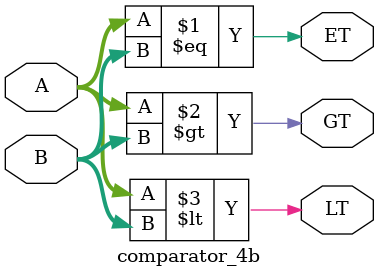
<source format=sv>
module comparator_4b(ET, GT, LT, A, B);
  
  input [3:0] A,B;
  output ET, GT, LT;
  
  assign ET = (A==B);
  assign GT = (A>B);
  assign LT = (A<B);
  
endmodule

</source>
